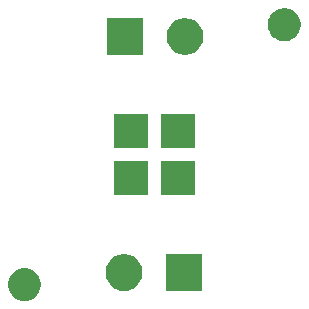
<source format=gts>
G04 #@! TF.GenerationSoftware,KiCad,Pcbnew,(5.1.0)-1*
G04 #@! TF.CreationDate,2019-08-16T17:36:45+05:30*
G04 #@! TF.ProjectId,SFH4715AS_breakout,53464834-3731-4354-9153-5f627265616b,rev?*
G04 #@! TF.SameCoordinates,Original*
G04 #@! TF.FileFunction,Soldermask,Top*
G04 #@! TF.FilePolarity,Negative*
%FSLAX46Y46*%
G04 Gerber Fmt 4.6, Leading zero omitted, Abs format (unit mm)*
G04 Created by KiCad (PCBNEW (5.1.0)-1) date 2019-08-16 17:36:45*
%MOMM*%
%LPD*%
G04 APERTURE LIST*
%ADD10C,0.100000*%
G04 APERTURE END LIST*
D10*
G36*
X14318433Y-34634893D02*
G01*
X14408657Y-34652839D01*
X14514267Y-34696585D01*
X14663621Y-34758449D01*
X14663622Y-34758450D01*
X14893086Y-34911772D01*
X15088228Y-35106914D01*
X15190675Y-35260237D01*
X15241551Y-35336379D01*
X15347161Y-35591344D01*
X15401000Y-35862012D01*
X15401000Y-36137988D01*
X15347161Y-36408656D01*
X15241551Y-36663621D01*
X15241550Y-36663622D01*
X15088228Y-36893086D01*
X14893086Y-37088228D01*
X14739763Y-37190675D01*
X14663621Y-37241551D01*
X14514267Y-37303415D01*
X14408657Y-37347161D01*
X14318433Y-37365107D01*
X14137988Y-37401000D01*
X13862012Y-37401000D01*
X13681567Y-37365107D01*
X13591343Y-37347161D01*
X13485733Y-37303415D01*
X13336379Y-37241551D01*
X13260237Y-37190675D01*
X13106914Y-37088228D01*
X12911772Y-36893086D01*
X12758450Y-36663622D01*
X12758449Y-36663621D01*
X12652839Y-36408656D01*
X12599000Y-36137988D01*
X12599000Y-35862012D01*
X12652839Y-35591344D01*
X12758449Y-35336379D01*
X12809325Y-35260237D01*
X12911772Y-35106914D01*
X13106914Y-34911772D01*
X13336378Y-34758450D01*
X13336379Y-34758449D01*
X13485733Y-34696585D01*
X13591343Y-34652839D01*
X13681567Y-34634893D01*
X13862012Y-34599000D01*
X14137988Y-34599000D01*
X14318433Y-34634893D01*
X14318433Y-34634893D01*
G37*
G36*
X29051000Y-36551000D02*
G01*
X25949000Y-36551000D01*
X25949000Y-33449000D01*
X29051000Y-33449000D01*
X29051000Y-36551000D01*
X29051000Y-36551000D01*
G37*
G36*
X22722585Y-33478802D02*
G01*
X22872410Y-33508604D01*
X23154674Y-33625521D01*
X23408705Y-33795259D01*
X23624741Y-34011295D01*
X23794479Y-34265326D01*
X23911396Y-34547590D01*
X23971000Y-34847240D01*
X23971000Y-35152760D01*
X23911396Y-35452410D01*
X23794479Y-35734674D01*
X23624741Y-35988705D01*
X23408705Y-36204741D01*
X23154674Y-36374479D01*
X22872410Y-36491396D01*
X22722585Y-36521198D01*
X22572761Y-36551000D01*
X22267239Y-36551000D01*
X22117415Y-36521198D01*
X21967590Y-36491396D01*
X21685326Y-36374479D01*
X21431295Y-36204741D01*
X21215259Y-35988705D01*
X21045521Y-35734674D01*
X20928604Y-35452410D01*
X20869000Y-35152760D01*
X20869000Y-34847240D01*
X20928604Y-34547590D01*
X21045521Y-34265326D01*
X21215259Y-34011295D01*
X21431295Y-33795259D01*
X21685326Y-33625521D01*
X21967590Y-33508604D01*
X22117415Y-33478802D01*
X22267239Y-33449000D01*
X22572761Y-33449000D01*
X22722585Y-33478802D01*
X22722585Y-33478802D01*
G37*
G36*
X28451000Y-28451000D02*
G01*
X25549000Y-28451000D01*
X25549000Y-25549000D01*
X28451000Y-25549000D01*
X28451000Y-28451000D01*
X28451000Y-28451000D01*
G37*
G36*
X24451000Y-28451000D02*
G01*
X21549000Y-28451000D01*
X21549000Y-25549000D01*
X24451000Y-25549000D01*
X24451000Y-28451000D01*
X24451000Y-28451000D01*
G37*
G36*
X28451000Y-24451000D02*
G01*
X25549000Y-24451000D01*
X25549000Y-21549000D01*
X28451000Y-21549000D01*
X28451000Y-24451000D01*
X28451000Y-24451000D01*
G37*
G36*
X24451000Y-24451000D02*
G01*
X21549000Y-24451000D01*
X21549000Y-21549000D01*
X24451000Y-21549000D01*
X24451000Y-24451000D01*
X24451000Y-24451000D01*
G37*
G36*
X27882585Y-13478802D02*
G01*
X28032410Y-13508604D01*
X28314674Y-13625521D01*
X28568705Y-13795259D01*
X28784741Y-14011295D01*
X28954479Y-14265326D01*
X29071396Y-14547590D01*
X29131000Y-14847240D01*
X29131000Y-15152760D01*
X29071396Y-15452410D01*
X28954479Y-15734674D01*
X28784741Y-15988705D01*
X28568705Y-16204741D01*
X28314674Y-16374479D01*
X28032410Y-16491396D01*
X27882585Y-16521198D01*
X27732761Y-16551000D01*
X27427239Y-16551000D01*
X27277415Y-16521198D01*
X27127590Y-16491396D01*
X26845326Y-16374479D01*
X26591295Y-16204741D01*
X26375259Y-15988705D01*
X26205521Y-15734674D01*
X26088604Y-15452410D01*
X26029000Y-15152760D01*
X26029000Y-14847240D01*
X26088604Y-14547590D01*
X26205521Y-14265326D01*
X26375259Y-14011295D01*
X26591295Y-13795259D01*
X26845326Y-13625521D01*
X27127590Y-13508604D01*
X27277415Y-13478802D01*
X27427239Y-13449000D01*
X27732761Y-13449000D01*
X27882585Y-13478802D01*
X27882585Y-13478802D01*
G37*
G36*
X24051000Y-16551000D02*
G01*
X20949000Y-16551000D01*
X20949000Y-13449000D01*
X24051000Y-13449000D01*
X24051000Y-16551000D01*
X24051000Y-16551000D01*
G37*
G36*
X36318433Y-12634893D02*
G01*
X36408657Y-12652839D01*
X36514267Y-12696585D01*
X36663621Y-12758449D01*
X36663622Y-12758450D01*
X36893086Y-12911772D01*
X37088228Y-13106914D01*
X37190675Y-13260237D01*
X37241551Y-13336379D01*
X37347161Y-13591344D01*
X37401000Y-13862012D01*
X37401000Y-14137988D01*
X37347161Y-14408656D01*
X37241551Y-14663621D01*
X37241550Y-14663622D01*
X37088228Y-14893086D01*
X36893086Y-15088228D01*
X36796506Y-15152760D01*
X36663621Y-15241551D01*
X36514267Y-15303415D01*
X36408657Y-15347161D01*
X36318433Y-15365107D01*
X36137988Y-15401000D01*
X35862012Y-15401000D01*
X35681567Y-15365107D01*
X35591343Y-15347161D01*
X35485733Y-15303415D01*
X35336379Y-15241551D01*
X35203494Y-15152760D01*
X35106914Y-15088228D01*
X34911772Y-14893086D01*
X34758450Y-14663622D01*
X34758449Y-14663621D01*
X34652839Y-14408656D01*
X34599000Y-14137988D01*
X34599000Y-13862012D01*
X34652839Y-13591344D01*
X34758449Y-13336379D01*
X34809325Y-13260237D01*
X34911772Y-13106914D01*
X35106914Y-12911772D01*
X35336378Y-12758450D01*
X35336379Y-12758449D01*
X35485733Y-12696585D01*
X35591343Y-12652839D01*
X35681567Y-12634893D01*
X35862012Y-12599000D01*
X36137988Y-12599000D01*
X36318433Y-12634893D01*
X36318433Y-12634893D01*
G37*
M02*

</source>
